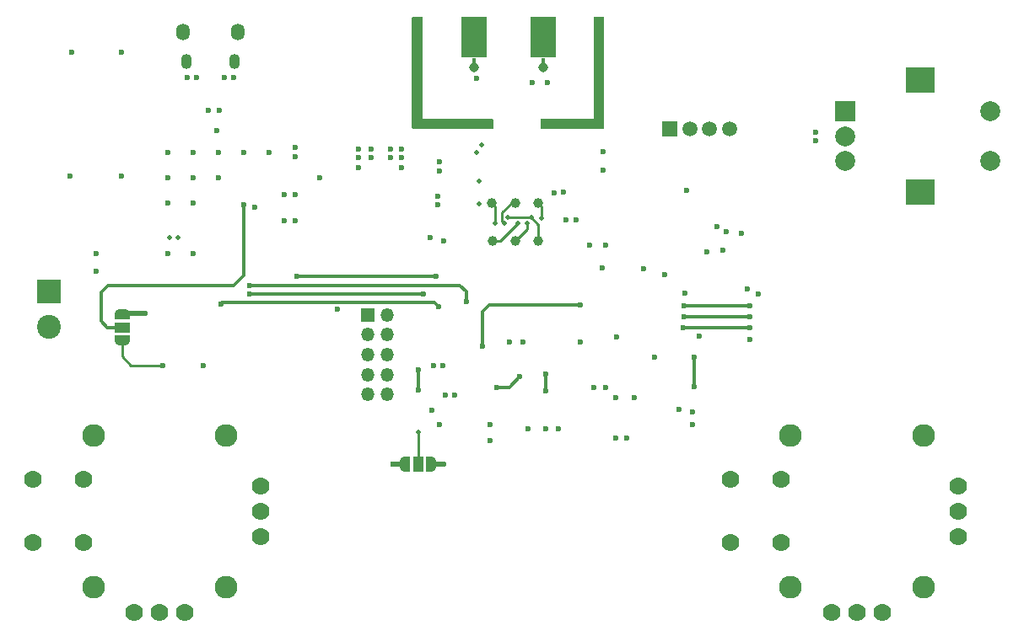
<source format=gbl>
G04 #@! TF.GenerationSoftware,KiCad,Pcbnew,7.0.1*
G04 #@! TF.CreationDate,2023-10-12T07:58:09+02:00*
G04 #@! TF.ProjectId,Controller_board,436f6e74-726f-46c6-9c65-725f626f6172,rev?*
G04 #@! TF.SameCoordinates,Original*
G04 #@! TF.FileFunction,Copper,L4,Bot*
G04 #@! TF.FilePolarity,Positive*
%FSLAX46Y46*%
G04 Gerber Fmt 4.6, Leading zero omitted, Abs format (unit mm)*
G04 Created by KiCad (PCBNEW 7.0.1) date 2023-10-12 07:58:09*
%MOMM*%
%LPD*%
G01*
G04 APERTURE LIST*
G04 Aperture macros list*
%AMFreePoly0*
4,1,19,0.550000,-0.750000,0.000000,-0.750000,0.000000,-0.744911,-0.071157,-0.744911,-0.207708,-0.704816,-0.327430,-0.627875,-0.420627,-0.520320,-0.479746,-0.390866,-0.500000,-0.250000,-0.500000,0.250000,-0.479746,0.390866,-0.420627,0.520320,-0.327430,0.627875,-0.207708,0.704816,-0.071157,0.744911,0.000000,0.744911,0.000000,0.750000,0.550000,0.750000,0.550000,-0.750000,0.550000,-0.750000,
$1*%
%AMFreePoly1*
4,1,19,0.000000,0.744911,0.071157,0.744911,0.207708,0.704816,0.327430,0.627875,0.420627,0.520320,0.479746,0.390866,0.500000,0.250000,0.500000,-0.250000,0.479746,-0.390866,0.420627,-0.520320,0.327430,-0.627875,0.207708,-0.704816,0.071157,-0.744911,0.000000,-0.744911,0.000000,-0.750000,-0.550000,-0.750000,-0.550000,0.750000,0.000000,0.750000,0.000000,0.744911,0.000000,0.744911,
$1*%
G04 Aperture macros list end*
G04 #@! TA.AperFunction,ComponentPad*
%ADD10R,2.000000X2.000000*%
G04 #@! TD*
G04 #@! TA.AperFunction,ComponentPad*
%ADD11C,2.000000*%
G04 #@! TD*
G04 #@! TA.AperFunction,ComponentPad*
%ADD12R,3.000000X2.500000*%
G04 #@! TD*
G04 #@! TA.AperFunction,ComponentPad*
%ADD13O,1.350000X1.700000*%
G04 #@! TD*
G04 #@! TA.AperFunction,ComponentPad*
%ADD14O,1.100000X1.500000*%
G04 #@! TD*
G04 #@! TA.AperFunction,ComponentPad*
%ADD15C,1.778000*%
G04 #@! TD*
G04 #@! TA.AperFunction,ComponentPad*
%ADD16C,2.286000*%
G04 #@! TD*
G04 #@! TA.AperFunction,ComponentPad*
%ADD17R,1.500000X1.500000*%
G04 #@! TD*
G04 #@! TA.AperFunction,ComponentPad*
%ADD18C,1.500000*%
G04 #@! TD*
G04 #@! TA.AperFunction,ComponentPad*
%ADD19R,1.350000X1.350000*%
G04 #@! TD*
G04 #@! TA.AperFunction,ComponentPad*
%ADD20O,1.350000X1.350000*%
G04 #@! TD*
G04 #@! TA.AperFunction,ComponentPad*
%ADD21R,2.400000X2.400000*%
G04 #@! TD*
G04 #@! TA.AperFunction,ComponentPad*
%ADD22C,2.400000*%
G04 #@! TD*
G04 #@! TA.AperFunction,ComponentPad*
%ADD23C,0.970000*%
G04 #@! TD*
G04 #@! TA.AperFunction,SMDPad,CuDef*
%ADD24R,0.460000X0.890000*%
G04 #@! TD*
G04 #@! TA.AperFunction,SMDPad,CuDef*
%ADD25R,2.665000X4.190000*%
G04 #@! TD*
G04 #@! TA.AperFunction,SMDPad,CuDef*
%ADD26FreePoly0,270.000000*%
G04 #@! TD*
G04 #@! TA.AperFunction,SMDPad,CuDef*
%ADD27R,1.500000X1.000000*%
G04 #@! TD*
G04 #@! TA.AperFunction,SMDPad,CuDef*
%ADD28FreePoly1,270.000000*%
G04 #@! TD*
G04 #@! TA.AperFunction,SMDPad,CuDef*
%ADD29C,1.000000*%
G04 #@! TD*
G04 #@! TA.AperFunction,SMDPad,CuDef*
%ADD30FreePoly0,180.000000*%
G04 #@! TD*
G04 #@! TA.AperFunction,SMDPad,CuDef*
%ADD31R,1.000000X1.500000*%
G04 #@! TD*
G04 #@! TA.AperFunction,SMDPad,CuDef*
%ADD32FreePoly1,180.000000*%
G04 #@! TD*
G04 #@! TA.AperFunction,ViaPad*
%ADD33C,0.600000*%
G04 #@! TD*
G04 #@! TA.AperFunction,ViaPad*
%ADD34C,0.700000*%
G04 #@! TD*
G04 #@! TA.AperFunction,ViaPad*
%ADD35C,0.500000*%
G04 #@! TD*
G04 #@! TA.AperFunction,Conductor*
%ADD36C,0.500000*%
G04 #@! TD*
G04 #@! TA.AperFunction,Conductor*
%ADD37C,0.300000*%
G04 #@! TD*
G04 #@! TA.AperFunction,Conductor*
%ADD38C,0.250000*%
G04 #@! TD*
G04 APERTURE END LIST*
D10*
X148833000Y-89829000D03*
D11*
X148833000Y-94829000D03*
X148833000Y-92329000D03*
D12*
X156333000Y-86729000D03*
X156333000Y-97929000D03*
D11*
X163333000Y-89829000D03*
X163333000Y-94829000D03*
D13*
X87827000Y-81829400D03*
D14*
X87517000Y-84829400D03*
X82677000Y-84829400D03*
D13*
X82367000Y-81829400D03*
D15*
X137300000Y-133175000D03*
X137300000Y-126825000D03*
X142380000Y-133175000D03*
X142380000Y-126825000D03*
X160160000Y-132540000D03*
X160160000Y-130000000D03*
X160160000Y-127460000D03*
D16*
X143332500Y-137620000D03*
X156667500Y-137620000D03*
X156667500Y-122380000D03*
X143332500Y-122380000D03*
D15*
X147460000Y-140160000D03*
X150000000Y-140160000D03*
X152540000Y-140160000D03*
D17*
X131191000Y-91610000D03*
D18*
X133191000Y-91610000D03*
X135191000Y-91610000D03*
X137191000Y-91610000D03*
D19*
X100854000Y-110300000D03*
D20*
X102854000Y-110300000D03*
X100854000Y-112300000D03*
X102854000Y-112300000D03*
X100854000Y-114300000D03*
X102854000Y-114300000D03*
X100854000Y-116300000D03*
X102854000Y-116300000D03*
X100854000Y-118300000D03*
X102854000Y-118300000D03*
D15*
X67300000Y-133175000D03*
X67300000Y-126825000D03*
X72380000Y-133175000D03*
X72380000Y-126825000D03*
X90160000Y-132540000D03*
X90160000Y-130000000D03*
X90160000Y-127460000D03*
D16*
X73332500Y-137620000D03*
X86667500Y-137620000D03*
X86667500Y-122380000D03*
X73332500Y-122380000D03*
D15*
X77460000Y-140160000D03*
X80000000Y-140160000D03*
X82540000Y-140160000D03*
D21*
X68899000Y-107978000D03*
D22*
X68899000Y-111478000D03*
D23*
X111507500Y-85382600D03*
X118492500Y-85382600D03*
D24*
X111507500Y-84937600D03*
X118492500Y-84937600D03*
D25*
X111507500Y-82397600D03*
X118492500Y-82397600D03*
D26*
X76200000Y-110254500D03*
D27*
X76200000Y-111554500D03*
D28*
X76200000Y-112854500D03*
D29*
X117983000Y-102870000D03*
D30*
X107218000Y-125292100D03*
D31*
X105918000Y-125292100D03*
D32*
X104618000Y-125292100D03*
D29*
X117983000Y-99060000D03*
X113284000Y-99060000D03*
X113411000Y-102870000D03*
X115697000Y-99060000D03*
X115697000Y-102870000D03*
D33*
X115062000Y-113030000D03*
X84328000Y-115364500D03*
X83312000Y-93980000D03*
X120523000Y-97917000D03*
X103124000Y-93599000D03*
D34*
X124079000Y-88671400D03*
D33*
X132080000Y-119761000D03*
X133477000Y-121285000D03*
X83312000Y-99060000D03*
X136842200Y-101917200D03*
D34*
X121716800Y-91059000D03*
D33*
X80772000Y-99060000D03*
X73609200Y-105918000D03*
D34*
X105841800Y-88671400D03*
X119354600Y-91059000D03*
X124079000Y-91059000D03*
D33*
X108077000Y-94894400D03*
X121793000Y-100711000D03*
X108673600Y-118377609D03*
X127635000Y-118618000D03*
X88392000Y-93980000D03*
X135890000Y-101383800D03*
D34*
X105841800Y-86309200D03*
D33*
X116941600Y-121704400D03*
D34*
X108204000Y-91059000D03*
D33*
X124397000Y-105537000D03*
X76174600Y-96342200D03*
D35*
X112077500Y-99123500D03*
D33*
X76149200Y-83896200D03*
X70993000Y-96342200D03*
X111760000Y-86487000D03*
X92456000Y-98171000D03*
D35*
X112311808Y-93218000D03*
D33*
X93599000Y-98171000D03*
D34*
X105841800Y-83947000D03*
D33*
X117348000Y-86982000D03*
X107899200Y-99199400D03*
X85852000Y-96520000D03*
X90932000Y-93980000D03*
X113157000Y-122936000D03*
X138938000Y-107696000D03*
X80772000Y-96520000D03*
X124460000Y-93853000D03*
X89550093Y-99499893D03*
X132680200Y-108077000D03*
X104267000Y-94488000D03*
X118872000Y-86982000D03*
X133477000Y-120015000D03*
X122174000Y-113030000D03*
X118770400Y-121704400D03*
X83312000Y-96520000D03*
X92456000Y-100838000D03*
X124712259Y-117615721D03*
X124727868Y-103304756D03*
D34*
X124079000Y-81584800D03*
D33*
X107315000Y-119888000D03*
X134122900Y-112395000D03*
D34*
X105841800Y-81584800D03*
D33*
X124460000Y-95758000D03*
X80772000Y-93980000D03*
X96012000Y-96520000D03*
D34*
X124079000Y-83947000D03*
X105841800Y-91059000D03*
D33*
X107124500Y-102552500D03*
X93599000Y-100838000D03*
X85852000Y-93980000D03*
X83312000Y-104140000D03*
X103124000Y-94488000D03*
X71145400Y-83896200D03*
X139192000Y-112776000D03*
D34*
X110566200Y-91059000D03*
D33*
X113157000Y-121285000D03*
X125730000Y-118618000D03*
X85965800Y-89712800D03*
D34*
X124079000Y-86309200D03*
D33*
X136480896Y-103792531D03*
X97790000Y-109727500D03*
X83705200Y-86461600D03*
X104267000Y-95504000D03*
X107467400Y-115392200D03*
X140081000Y-108204000D03*
X134924800Y-103987600D03*
D35*
X112014000Y-96840500D03*
D33*
X82790800Y-86461600D03*
X116433600Y-113030000D03*
X108077000Y-121285000D03*
X103428800Y-125282200D03*
D34*
X112928400Y-91059000D03*
D33*
X119616700Y-98015200D03*
X80772000Y-104140000D03*
X104267000Y-93599000D03*
X125730000Y-122682000D03*
X108458000Y-125282200D03*
X101219000Y-93599000D03*
X123571000Y-117602000D03*
D35*
X111760000Y-93980000D03*
D33*
X120040400Y-121704400D03*
X138379200Y-102108000D03*
X107899200Y-98335800D03*
X120759700Y-100733000D03*
X108458000Y-102870000D03*
X125857000Y-112522000D03*
X99949000Y-93599000D03*
X145796000Y-92786200D03*
X108077000Y-95808800D03*
X99949000Y-95504000D03*
X129667000Y-114554000D03*
X126873000Y-122682000D03*
X101219000Y-94488000D03*
X145796000Y-91922600D03*
X109593159Y-118383631D03*
X123168372Y-103296998D03*
X99949000Y-94488000D03*
X132842000Y-97790000D03*
X130708400Y-106273600D03*
X128524000Y-105664000D03*
X108407200Y-115392200D03*
X93599000Y-93472000D03*
X93599000Y-94361000D03*
X86524600Y-86461600D03*
X84899000Y-89712800D03*
X85725000Y-91806500D03*
X87388200Y-86461600D03*
D35*
X80975200Y-102489000D03*
D33*
X73603191Y-104127876D03*
D35*
X81788000Y-102489000D03*
D33*
X77597000Y-110157500D03*
X78486000Y-110157500D03*
X110744000Y-108966000D03*
X89027000Y-107329500D03*
X105918000Y-117856000D03*
X105918000Y-115824000D03*
D35*
X105918000Y-122047000D03*
D33*
X139192000Y-110490000D03*
X132588000Y-110490000D03*
X139192000Y-109397800D03*
X132588000Y-109397800D03*
X107696000Y-106426000D03*
X93726000Y-106426000D03*
X132562600Y-111607600D03*
X139192000Y-111607600D03*
X122216500Y-109320500D03*
X112395000Y-113425500D03*
X116156266Y-116507734D03*
X113792000Y-117602000D03*
X118770400Y-117906800D03*
X118770400Y-116281200D03*
D35*
X118318542Y-100560864D03*
X117278834Y-100533200D03*
X114936700Y-100519266D03*
X116866098Y-101116702D03*
X115938998Y-101107700D03*
X114577976Y-101119783D03*
X113661122Y-101092000D03*
D33*
X133604000Y-114554000D03*
X133604000Y-117475000D03*
X89052400Y-108204000D03*
X106465900Y-108204000D03*
X88392000Y-99187000D03*
X80264000Y-115366800D03*
X86106000Y-109234500D03*
X107950000Y-109474000D03*
D36*
X104618000Y-125292100D02*
X103438700Y-125292100D01*
X107218000Y-125292100D02*
X108448100Y-125292100D01*
X78486000Y-110157500D02*
X76297000Y-110157500D01*
X76297000Y-110157500D02*
X76200000Y-110254500D01*
D37*
X89027000Y-107329500D02*
X89041500Y-107315000D01*
X110109000Y-107315000D02*
X110744000Y-107950000D01*
X110744000Y-107950000D02*
X110744000Y-108966000D01*
X89041500Y-107315000D02*
X110109000Y-107315000D01*
X105918000Y-117856000D02*
X105918000Y-115824000D01*
D38*
X105918000Y-122047000D02*
X105918000Y-125292100D01*
D37*
X132588000Y-110490000D02*
X139192000Y-110490000D01*
D38*
X149250400Y-95246400D02*
X148833000Y-94829000D01*
D37*
X132588000Y-109397800D02*
X139192000Y-109397800D01*
X93726000Y-106426000D02*
X107696000Y-106426000D01*
X132562600Y-111607600D02*
X139192000Y-111607600D01*
X122216500Y-109320500D02*
X122215400Y-109321600D01*
X113080800Y-109321600D02*
X112395000Y-110007400D01*
X112395000Y-110007400D02*
X112395000Y-113425500D01*
X122215400Y-109321600D02*
X113080800Y-109321600D01*
X116156266Y-116507734D02*
X115062000Y-117602000D01*
X115062000Y-117602000D02*
X113792000Y-117602000D01*
X118770400Y-116281200D02*
X118770400Y-117906800D01*
D38*
X118318542Y-100560864D02*
X118318542Y-99395542D01*
X118318542Y-99395542D02*
X117983000Y-99060000D01*
X114950634Y-100533200D02*
X114936700Y-100519266D01*
X117983000Y-101237366D02*
X117278834Y-100533200D01*
X117278834Y-100533200D02*
X114950634Y-100533200D01*
X117983000Y-102870000D02*
X117983000Y-101237366D01*
X116866098Y-101116702D02*
X116866098Y-101700902D01*
X116866098Y-101700902D02*
X115697000Y-102870000D01*
X115938998Y-101107700D02*
X114176698Y-102870000D01*
X114176698Y-102870000D02*
X113411000Y-102870000D01*
X114361700Y-100903507D02*
X114361700Y-100014300D01*
X114361700Y-100014300D02*
X115316000Y-99060000D01*
X115316000Y-99060000D02*
X115697000Y-99060000D01*
X114577976Y-101119783D02*
X114361700Y-100903507D01*
X113661122Y-101092000D02*
X113661122Y-99437122D01*
X113661122Y-99437122D02*
X113284000Y-99060000D01*
D37*
X133604000Y-117475000D02*
X133604000Y-114554000D01*
X89052400Y-108204000D02*
X106465900Y-108204000D01*
X74724500Y-111554500D02*
X76200000Y-111554500D01*
X74117200Y-108000800D02*
X74117200Y-110947200D01*
X87452200Y-107315000D02*
X74803000Y-107315000D01*
X74803000Y-107315000D02*
X74117200Y-108000800D01*
X74117200Y-110947200D02*
X74724500Y-111554500D01*
X88392000Y-106375200D02*
X87452200Y-107315000D01*
X88392000Y-99187000D02*
X88392000Y-106375200D01*
D38*
X76200000Y-114503200D02*
X76200000Y-112854500D01*
X80264000Y-115366800D02*
X77063600Y-115366800D01*
X77063600Y-115366800D02*
X76200000Y-114503200D01*
D37*
X86262500Y-109078000D02*
X107554000Y-109078000D01*
X86106000Y-109234500D02*
X86262500Y-109078000D01*
X107554000Y-109078000D02*
X107950000Y-109474000D01*
G04 #@! TA.AperFunction,Conductor*
G36*
X106313200Y-80317113D02*
G01*
X106358587Y-80362500D01*
X106375200Y-80424500D01*
X106375200Y-90576400D01*
X113363200Y-90576400D01*
X113425200Y-90593013D01*
X113470587Y-90638400D01*
X113487200Y-90700400D01*
X113487200Y-91468400D01*
X113470587Y-91530400D01*
X113425200Y-91575787D01*
X113363200Y-91592400D01*
X105432400Y-91592400D01*
X105370400Y-91575787D01*
X105325013Y-91530400D01*
X105308400Y-91468400D01*
X105308400Y-80424500D01*
X105325013Y-80362500D01*
X105370400Y-80317113D01*
X105432400Y-80300500D01*
X106251200Y-80300500D01*
X106313200Y-80317113D01*
G37*
G04 #@! TD.AperFunction*
G04 #@! TA.AperFunction,Conductor*
G36*
X124550400Y-80317113D02*
G01*
X124595787Y-80362500D01*
X124612400Y-80424500D01*
X124612400Y-91468400D01*
X124595787Y-91530400D01*
X124550400Y-91575787D01*
X124488400Y-91592400D01*
X118335600Y-91592400D01*
X118273600Y-91575787D01*
X118228213Y-91530400D01*
X118211600Y-91468400D01*
X118211600Y-90700400D01*
X118228213Y-90638400D01*
X118273600Y-90593013D01*
X118335600Y-90576400D01*
X123545600Y-90576400D01*
X123545600Y-80424500D01*
X123562213Y-80362500D01*
X123607600Y-80317113D01*
X123669600Y-80300500D01*
X124488400Y-80300500D01*
X124550400Y-80317113D01*
G37*
G04 #@! TD.AperFunction*
M02*

</source>
